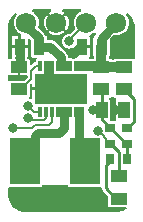
<source format=gtl>
%TF.GenerationSoftware,KiCad,Pcbnew,(6.0.1)*%
%TF.CreationDate,2022-04-12T16:53:34-07:00*%
%TF.ProjectId,regulator_v3,72656775-6c61-4746-9f72-5f76332e6b69,rev?*%
%TF.SameCoordinates,Original*%
%TF.FileFunction,Copper,L1,Top*%
%TF.FilePolarity,Positive*%
%FSLAX46Y46*%
G04 Gerber Fmt 4.6, Leading zero omitted, Abs format (unit mm)*
G04 Created by KiCad (PCBNEW (6.0.1)) date 2022-04-12 16:53:34*
%MOMM*%
%LPD*%
G01*
G04 APERTURE LIST*
%TA.AperFunction,SMDPad,CuDef*%
%ADD10R,1.450000X1.000000*%
%TD*%
%TA.AperFunction,SMDPad,CuDef*%
%ADD11R,2.500000X4.000000*%
%TD*%
%TA.AperFunction,ComponentPad*%
%ADD12C,1.725000*%
%TD*%
%TA.AperFunction,SMDPad,CuDef*%
%ADD13R,0.940000X0.750000*%
%TD*%
%TA.AperFunction,SMDPad,CuDef*%
%ADD14R,0.300000X0.850000*%
%TD*%
%TA.AperFunction,SMDPad,CuDef*%
%ADD15R,4.440000X2.540000*%
%TD*%
%TA.AperFunction,SMDPad,CuDef*%
%ADD16R,0.970000X1.470000*%
%TD*%
%TA.AperFunction,SMDPad,CuDef*%
%ADD17R,1.000000X1.450000*%
%TD*%
%TA.AperFunction,SMDPad,CuDef*%
%ADD18R,0.750000X0.940000*%
%TD*%
%TA.AperFunction,ViaPad*%
%ADD19C,0.800000*%
%TD*%
%TA.AperFunction,Conductor*%
%ADD20C,0.750000*%
%TD*%
%TA.AperFunction,Conductor*%
%ADD21C,0.250000*%
%TD*%
%TA.AperFunction,Conductor*%
%ADD22C,0.200000*%
%TD*%
%TA.AperFunction,Conductor*%
%ADD23C,0.850000*%
%TD*%
G04 APERTURE END LIST*
D10*
%TO.P,R1,1*%
%TO.N,GND*%
X133731000Y-48453000D03*
%TO.P,R1,2*%
%TO.N,Net-(IC1-Pad8)*%
X133731000Y-50353000D03*
%TD*%
D11*
%TO.P,L1,1*%
%TO.N,Net-(IC1-Pad15)*%
X139329000Y-56451500D03*
%TO.P,L1,2*%
%TO.N,Net-(IC1-Pad12)*%
X134229000Y-56451500D03*
%TD*%
D10*
%TO.P,R2,1*%
%TO.N,Net-(C2-Pad1)*%
X142176500Y-57724000D03*
%TO.P,R2,2*%
%TO.N,Net-(C3-Pad1)*%
X142176500Y-59624000D03*
%TD*%
D12*
%TO.P,J1,1,1*%
%TO.N,/VIN*%
X134366000Y-44704000D03*
%TO.P,J1,2,2*%
%TO.N,GND*%
X136906000Y-44704000D03*
%TO.P,J1,3,3*%
%TO.N,/EN*%
X139446000Y-44704000D03*
%TO.P,J1,4,4*%
%TO.N,/IC_VOUT*%
X141986000Y-44704000D03*
%TD*%
D13*
%TO.P,C4,1*%
%TO.N,Net-(C2-Pad2)*%
X142875000Y-54992500D03*
%TO.P,C4,2*%
%TO.N,Net-(C4-Pad2)*%
X142875000Y-53592500D03*
%TD*%
D10*
%TO.P,R3,1*%
%TO.N,/IC_VOUT*%
X140716000Y-48453000D03*
%TO.P,R3,2*%
%TO.N,Net-(C2-Pad2)*%
X140716000Y-50353000D03*
%TD*%
D13*
%TO.P,C2,1*%
%TO.N,Net-(C2-Pad1)*%
X141478000Y-54992500D03*
%TO.P,C2,2*%
%TO.N,Net-(C2-Pad2)*%
X141478000Y-53592500D03*
%TD*%
D14*
%TO.P,IC1,1,VOUT_1*%
%TO.N,/IC_VOUT*%
X139037000Y-48342000D03*
%TO.P,IC1,2,VOUT_2*%
X138537000Y-48342000D03*
%TO.P,IC1,3,VIN_1*%
%TO.N,/VIN*%
X138037000Y-48342000D03*
%TO.P,IC1,4,VIN_2*%
X137537000Y-48342000D03*
%TO.P,IC1,5,VIN_3*%
X137037000Y-48342000D03*
%TO.P,IC1,6,SGND*%
%TO.N,GND*%
X136537000Y-48342000D03*
%TO.P,IC1,7,BURST*%
X136037000Y-48342000D03*
%TO.P,IC1,8,RT*%
%TO.N,Net-(IC1-Pad8)*%
X135537000Y-48342000D03*
%TO.P,IC1,9,VC*%
%TO.N,Net-(C2-Pad1)*%
X135537000Y-52242000D03*
%TO.P,IC1,10,FB*%
%TO.N,Net-(C2-Pad2)*%
X136037000Y-52242000D03*
%TO.P,IC1,11,RUN*%
%TO.N,/EN*%
X136537000Y-52242000D03*
%TO.P,IC1,12,SW1_1*%
%TO.N,Net-(IC1-Pad12)*%
X137037000Y-52242000D03*
%TO.P,IC1,13,SW1_2*%
X137537000Y-52242000D03*
%TO.P,IC1,14,SW1_3*%
X138037000Y-52242000D03*
%TO.P,IC1,15,SW2_1*%
%TO.N,Net-(IC1-Pad15)*%
X138537000Y-52242000D03*
%TO.P,IC1,16,SW2_2*%
X139037000Y-52242000D03*
D15*
%TO.P,IC1,17,EPAD*%
%TO.N,GND*%
X137287000Y-50292000D03*
%TD*%
D10*
%TO.P,R5,1*%
%TO.N,/IC_VOUT*%
X142621000Y-48453000D03*
%TO.P,R5,2*%
%TO.N,Net-(C4-Pad2)*%
X142621000Y-50353000D03*
%TD*%
D16*
%TO.P,C1,1*%
%TO.N,/VIN*%
X135450000Y-46736000D03*
%TO.P,C1,2*%
%TO.N,GND*%
X133790000Y-46736000D03*
%TD*%
%TO.P,C5,1*%
%TO.N,/IC_VOUT*%
X140720500Y-46736000D03*
%TO.P,C5,2*%
%TO.N,GND*%
X139060500Y-46736000D03*
%TD*%
D17*
%TO.P,R4,1*%
%TO.N,Net-(C2-Pad2)*%
X140718500Y-52070000D03*
%TO.P,R4,2*%
%TO.N,GND*%
X142618500Y-52070000D03*
%TD*%
D18*
%TO.P,C3,1*%
%TO.N,Net-(C3-Pad1)*%
X141476500Y-56261000D03*
%TO.P,C3,2*%
%TO.N,Net-(C2-Pad2)*%
X142876500Y-56261000D03*
%TD*%
D19*
%TO.N,GND*%
X136779000Y-59055000D03*
X137350500Y-51054000D03*
X138269986Y-47323270D03*
X139001500Y-49530000D03*
X135572500Y-51054000D03*
X137350500Y-49530000D03*
X136461500Y-50292000D03*
X143002000Y-46545500D03*
X141922500Y-52070000D03*
X139001500Y-51054000D03*
X135572500Y-49530000D03*
X138176000Y-50292000D03*
X133790000Y-47688500D03*
%TO.N,/EN*%
X137975998Y-46291500D03*
X133223000Y-53594000D03*
%TO.N,Net-(C2-Pad1)*%
X134493000Y-51752500D03*
X140408498Y-53851998D03*
%TO.N,Net-(C2-Pad2)*%
X140017500Y-52070000D03*
X134512450Y-52760029D03*
%TD*%
D20*
%TO.N,/VIN*%
X135450000Y-46042000D02*
X134366000Y-44958000D01*
X135450000Y-46736000D02*
X135450000Y-46042000D01*
X136398000Y-46736000D02*
X135450000Y-46736000D01*
X136398000Y-46736000D02*
X137287000Y-47625000D01*
X134366000Y-44958000D02*
X134366000Y-44704000D01*
X137287000Y-47625000D02*
X137287000Y-48323500D01*
D21*
%TO.N,GND*%
X135636000Y-49530000D02*
X136037000Y-49129000D01*
D20*
X138269986Y-47323270D02*
X138322396Y-47323270D01*
X133790000Y-48394000D02*
X133731000Y-48453000D01*
X138909666Y-46736000D02*
X139060500Y-46736000D01*
D21*
X138874500Y-46736000D02*
X139060500Y-46736000D01*
X136537000Y-48342000D02*
X136537000Y-49542000D01*
X136537000Y-49542000D02*
X137287000Y-50292000D01*
X136037000Y-49129000D02*
X136037000Y-48342000D01*
D20*
X138322396Y-47323270D02*
X138909666Y-46736000D01*
X133790000Y-47688500D02*
X133790000Y-48394000D01*
X133790000Y-46736000D02*
X133790000Y-47688500D01*
D22*
%TO.N,/EN*%
X136537000Y-53137500D02*
X136537000Y-52242000D01*
X133223000Y-53594000D02*
X134850226Y-53594000D01*
X135048867Y-53395360D02*
X136279140Y-53395360D01*
X137975998Y-46291500D02*
X137975998Y-46174002D01*
X134850226Y-53594000D02*
X135048867Y-53395360D01*
X136279140Y-53395360D02*
X136537000Y-53137500D01*
X137975998Y-46174002D02*
X139446000Y-44704000D01*
D20*
%TO.N,Net-(IC1-Pad12)*%
X137541000Y-52301500D02*
X137541000Y-53657500D01*
X137541000Y-53657500D02*
X137128620Y-54069880D01*
X135103824Y-55576676D02*
X134229000Y-56451500D01*
X137128620Y-54069880D02*
X135328262Y-54069880D01*
X135103824Y-54294318D02*
X135103824Y-55576676D01*
X135328262Y-54069880D02*
X135103824Y-54294318D01*
%TO.N,Net-(IC1-Pad15)*%
X138811000Y-55933500D02*
X139329000Y-56451500D01*
X138811000Y-52305500D02*
X138811000Y-55933500D01*
D22*
%TO.N,Net-(IC1-Pad8)*%
X133860500Y-50353000D02*
X133731000Y-50353000D01*
X135173000Y-48342000D02*
X135537000Y-48342000D01*
X135173000Y-48342000D02*
X134755511Y-48759489D01*
X134755511Y-48759489D02*
X134755511Y-49457989D01*
X134755511Y-49457989D02*
X133860500Y-50353000D01*
D21*
%TO.N,Net-(C2-Pad1)*%
X141543000Y-54992500D02*
X141478000Y-54992500D01*
D22*
X140906500Y-54421000D02*
X141478000Y-54992500D01*
D21*
X142176500Y-55626000D02*
X141543000Y-54992500D01*
X142176500Y-57724000D02*
X142176500Y-55626000D01*
D22*
X140465998Y-53851998D02*
X140906500Y-54292500D01*
X140906500Y-54292500D02*
X140906500Y-54421000D01*
X134982500Y-52242000D02*
X135537000Y-52242000D01*
X134493000Y-51752500D02*
X134982500Y-52242000D01*
X140408498Y-53851998D02*
X140465998Y-53851998D01*
D21*
X141668500Y-57660500D02*
X141732000Y-57724000D01*
%TO.N,Net-(C2-Pad2)*%
X140718500Y-52070000D02*
X140718500Y-52833000D01*
D22*
X134512450Y-52760029D02*
X134718932Y-52966511D01*
X136037000Y-52755489D02*
X136037000Y-52242000D01*
D21*
X141478000Y-53595500D02*
X142875000Y-54992500D01*
X142876500Y-54994000D02*
X142875000Y-54992500D01*
X142876500Y-56261000D02*
X142876500Y-54994000D01*
X140970000Y-52321500D02*
X140718500Y-52070000D01*
X140718500Y-52833000D02*
X141478000Y-53592500D01*
X141478000Y-53592500D02*
X141478000Y-53595500D01*
X140718500Y-52070000D02*
X140718500Y-50355500D01*
X140718500Y-50355500D02*
X140716000Y-50353000D01*
D22*
X134718932Y-52966511D02*
X135825978Y-52966511D01*
X135825978Y-52966511D02*
X136037000Y-52755489D01*
D21*
%TO.N,Net-(C3-Pad1)*%
X141097000Y-58737500D02*
X141983500Y-59624000D01*
X141476500Y-56261000D02*
X141476500Y-56389500D01*
X141476500Y-56389500D02*
X141097000Y-56769000D01*
X141097000Y-56769000D02*
X141097000Y-58737500D01*
X141983500Y-59624000D02*
X142176500Y-59624000D01*
%TO.N,Net-(C4-Pad2)*%
X142621000Y-50353000D02*
X143443011Y-51175011D01*
X142621000Y-50353000D02*
X142560000Y-50353000D01*
X143443011Y-53087989D02*
X142875000Y-53656000D01*
X143443011Y-51175011D02*
X143443011Y-53087989D01*
D23*
%TO.N,/IC_VOUT*%
X140660489Y-48397489D02*
X140716000Y-48453000D01*
X140716000Y-48453000D02*
X140716000Y-46740500D01*
D20*
X140716000Y-46740500D02*
X140720500Y-46736000D01*
X140720500Y-45969500D02*
X141986000Y-44704000D01*
D23*
X139100500Y-48397489D02*
X140660489Y-48397489D01*
X142621000Y-48453000D02*
X140716000Y-48453000D01*
D20*
X140605000Y-48342000D02*
X140716000Y-48453000D01*
X140720500Y-46736000D02*
X140720500Y-45969500D01*
%TD*%
%TA.AperFunction,Conductor*%
%TO.N,Net-(IC1-Pad15)*%
G36*
X138883569Y-51820269D02*
G01*
X138887000Y-51828546D01*
X138887000Y-52189673D01*
X138887682Y-52191318D01*
X138889327Y-52192000D01*
X139075300Y-52192000D01*
X139083573Y-52195427D01*
X139087000Y-52203700D01*
X139087000Y-52280300D01*
X139083573Y-52288573D01*
X139075300Y-52292000D01*
X138889327Y-52292000D01*
X138887682Y-52292682D01*
X138887000Y-52294327D01*
X138887000Y-52655388D01*
X138883573Y-52663661D01*
X138875303Y-52667087D01*
X138759088Y-52667104D01*
X138698702Y-52667112D01*
X138690428Y-52663686D01*
X138687000Y-52655412D01*
X138687000Y-52294327D01*
X138686318Y-52292682D01*
X138684673Y-52292000D01*
X138498700Y-52292000D01*
X138490427Y-52288573D01*
X138487000Y-52280300D01*
X138487000Y-52203700D01*
X138490427Y-52195427D01*
X138498700Y-52192000D01*
X138684673Y-52192000D01*
X138686318Y-52191318D01*
X138687000Y-52189673D01*
X138687000Y-51828624D01*
X138690427Y-51820351D01*
X138698695Y-51816924D01*
X138766949Y-51816894D01*
X138875295Y-51816846D01*
X138883569Y-51820269D01*
G37*
%TD.AperFunction*%
%TD*%
%TA.AperFunction,Conductor*%
%TO.N,/VIN*%
G36*
X137383573Y-47921740D02*
G01*
X137387000Y-47930013D01*
X137387000Y-48289673D01*
X137387682Y-48291318D01*
X137389327Y-48292000D01*
X137684673Y-48292000D01*
X137686318Y-48291318D01*
X137687000Y-48289673D01*
X137687000Y-47930013D01*
X137690427Y-47921740D01*
X137698700Y-47918313D01*
X137875300Y-47918313D01*
X137883573Y-47921740D01*
X137887000Y-47930013D01*
X137887000Y-48289673D01*
X137887682Y-48291318D01*
X137889327Y-48292000D01*
X138075300Y-48292000D01*
X138083573Y-48295427D01*
X138087000Y-48303700D01*
X138087000Y-48380300D01*
X138083573Y-48388573D01*
X138075300Y-48392000D01*
X137889327Y-48392000D01*
X137887682Y-48392682D01*
X137887000Y-48394327D01*
X137887000Y-48755403D01*
X137883573Y-48763676D01*
X137875300Y-48767103D01*
X137698700Y-48767103D01*
X137690427Y-48763676D01*
X137687000Y-48755403D01*
X137687000Y-48394327D01*
X137686318Y-48392682D01*
X137684673Y-48392000D01*
X137389327Y-48392000D01*
X137387682Y-48392682D01*
X137387000Y-48394327D01*
X137387000Y-48755403D01*
X137383573Y-48763676D01*
X137375300Y-48767103D01*
X137198700Y-48767103D01*
X137190427Y-48763676D01*
X137187000Y-48755403D01*
X137187000Y-48394327D01*
X137186318Y-48392682D01*
X137184673Y-48392000D01*
X136998700Y-48392000D01*
X136990427Y-48388573D01*
X136987000Y-48380300D01*
X136987000Y-48303700D01*
X136990427Y-48295427D01*
X136998700Y-48292000D01*
X137184673Y-48292000D01*
X137186318Y-48291318D01*
X137187000Y-48289673D01*
X137187000Y-47930013D01*
X137190427Y-47921740D01*
X137198700Y-47918313D01*
X137375300Y-47918313D01*
X137383573Y-47921740D01*
G37*
%TD.AperFunction*%
%TD*%
%TA.AperFunction,Conductor*%
%TO.N,/IC_VOUT*%
G36*
X138883570Y-47920267D02*
G01*
X138887000Y-47928543D01*
X138887000Y-48289673D01*
X138887682Y-48291318D01*
X138889327Y-48292000D01*
X139075300Y-48292000D01*
X139083573Y-48295427D01*
X139087000Y-48303700D01*
X139087000Y-48380300D01*
X139083573Y-48388573D01*
X139075300Y-48392000D01*
X138889327Y-48392000D01*
X138887682Y-48392682D01*
X138887000Y-48394327D01*
X138887000Y-48754833D01*
X138883573Y-48763106D01*
X138875306Y-48766532D01*
X138698703Y-48766590D01*
X138690430Y-48763166D01*
X138687000Y-48754890D01*
X138687000Y-48394327D01*
X138686318Y-48392682D01*
X138684673Y-48392000D01*
X138498700Y-48392000D01*
X138490427Y-48388573D01*
X138487000Y-48380300D01*
X138487000Y-48303700D01*
X138490427Y-48295427D01*
X138498700Y-48292000D01*
X138684673Y-48292000D01*
X138686318Y-48291318D01*
X138687000Y-48289673D01*
X138687000Y-47928601D01*
X138690427Y-47920328D01*
X138698695Y-47916901D01*
X138811025Y-47916864D01*
X138875296Y-47916843D01*
X138883570Y-47920267D01*
G37*
%TD.AperFunction*%
%TD*%
%TA.AperFunction,Conductor*%
%TO.N,GND*%
G36*
X136904493Y-58454488D02*
G01*
X137796323Y-58457241D01*
X137854454Y-58476328D01*
X137887480Y-58518355D01*
X137888231Y-58520167D01*
X137890133Y-58529731D01*
X137934448Y-58596052D01*
X138000769Y-58640367D01*
X138010332Y-58642269D01*
X138010334Y-58642270D01*
X138033005Y-58646779D01*
X138059252Y-58652000D01*
X140598748Y-58652000D01*
X140651468Y-58641513D01*
X140712227Y-58648704D01*
X140757158Y-58690237D01*
X140769404Y-58747239D01*
X140767736Y-58766307D01*
X140769978Y-58774674D01*
X140777796Y-58803849D01*
X140779666Y-58812283D01*
X140786412Y-58850545D01*
X140790742Y-58858044D01*
X140792738Y-58863529D01*
X140795204Y-58868816D01*
X140797446Y-58877184D01*
X140818013Y-58906556D01*
X140819732Y-58909011D01*
X140824371Y-58916292D01*
X140843806Y-58949955D01*
X140872496Y-58974029D01*
X140873570Y-58974930D01*
X140879938Y-58980764D01*
X141222004Y-59322830D01*
X141249781Y-59377347D01*
X141251000Y-59392834D01*
X141251000Y-60143748D01*
X141262633Y-60202231D01*
X141306948Y-60268552D01*
X141373269Y-60312867D01*
X141382832Y-60314769D01*
X141382834Y-60314770D01*
X141405505Y-60319279D01*
X141431752Y-60324500D01*
X142742422Y-60324500D01*
X142800613Y-60343407D01*
X142836577Y-60392907D01*
X142836577Y-60454093D01*
X142800613Y-60503593D01*
X142789868Y-60510390D01*
X142610619Y-60608267D01*
X142597770Y-60614135D01*
X142391601Y-60691032D01*
X142378048Y-60695012D01*
X142163027Y-60741787D01*
X142149046Y-60743797D01*
X141997719Y-60754620D01*
X141954627Y-60757702D01*
X141944872Y-60756946D01*
X141944871Y-60757374D01*
X141933721Y-60757355D01*
X141922858Y-60754857D01*
X141911986Y-60757317D01*
X141911985Y-60757317D01*
X141910917Y-60757559D01*
X141889068Y-60760000D01*
X134399960Y-60760000D01*
X134377773Y-60757482D01*
X134366358Y-60754857D01*
X134355483Y-60757318D01*
X134344337Y-60757298D01*
X134344338Y-60756985D01*
X134334388Y-60757739D01*
X134204909Y-60748478D01*
X134148490Y-60744443D01*
X134134509Y-60742433D01*
X133928342Y-60697584D01*
X133914789Y-60693604D01*
X133717109Y-60619873D01*
X133704260Y-60614005D01*
X133519084Y-60512891D01*
X133507202Y-60505255D01*
X133338302Y-60378819D01*
X133327626Y-60369569D01*
X133178431Y-60220374D01*
X133169181Y-60209698D01*
X133042745Y-60040798D01*
X133035109Y-60028916D01*
X132933995Y-59843740D01*
X132928127Y-59830891D01*
X132854396Y-59633211D01*
X132850416Y-59619658D01*
X132805567Y-59413491D01*
X132803557Y-59399510D01*
X132790316Y-59214382D01*
X132791928Y-59193833D01*
X132791235Y-59193753D01*
X132791877Y-59188175D01*
X132793142Y-59182716D01*
X132793143Y-59182000D01*
X132790479Y-59170321D01*
X132788000Y-59148304D01*
X132788000Y-58738568D01*
X132806907Y-58680377D01*
X132856407Y-58644413D01*
X132906314Y-58641470D01*
X132959252Y-58652000D01*
X135498748Y-58652000D01*
X135524995Y-58646779D01*
X135547666Y-58642270D01*
X135547668Y-58642269D01*
X135557231Y-58640367D01*
X135623552Y-58596052D01*
X135667867Y-58529731D01*
X135669769Y-58520171D01*
X135673119Y-58512083D01*
X135712857Y-58465558D01*
X135764888Y-58450971D01*
X136904493Y-58454488D01*
G37*
%TD.AperFunction*%
%TA.AperFunction,Conductor*%
G36*
X141737326Y-50984361D02*
G01*
X141739137Y-50982550D01*
X141746029Y-50989442D01*
X141751448Y-50997552D01*
X141817769Y-51041867D01*
X141827332Y-51043769D01*
X141827334Y-51043770D01*
X141850005Y-51048279D01*
X141876252Y-51053500D01*
X141887520Y-51053500D01*
X141945711Y-51072407D01*
X141981675Y-51121907D01*
X141981675Y-51183093D01*
X141969835Y-51207502D01*
X141935521Y-51258856D01*
X141928202Y-51276526D01*
X141919448Y-51320538D01*
X141918500Y-51330160D01*
X141918500Y-51954320D01*
X141922622Y-51967005D01*
X141926743Y-51970000D01*
X142619500Y-51970000D01*
X142677691Y-51988907D01*
X142713655Y-52038407D01*
X142718500Y-52069000D01*
X142718500Y-52071000D01*
X142699593Y-52129191D01*
X142650093Y-52165155D01*
X142619500Y-52170000D01*
X141934180Y-52170000D01*
X141921495Y-52174122D01*
X141918500Y-52178243D01*
X141918500Y-52809840D01*
X141919448Y-52819462D01*
X141928201Y-52863471D01*
X141935095Y-52880113D01*
X141939896Y-52941110D01*
X141907927Y-52993279D01*
X141851400Y-53016695D01*
X141843631Y-53017000D01*
X141493921Y-53017000D01*
X141435730Y-52998093D01*
X141399766Y-52948593D01*
X141399766Y-52887407D01*
X141402074Y-52881153D01*
X141407367Y-52873231D01*
X141419000Y-52814748D01*
X141419000Y-51325252D01*
X141407367Y-51266769D01*
X141367765Y-51207501D01*
X141351156Y-51148614D01*
X141372333Y-51091211D01*
X141423206Y-51057217D01*
X141450080Y-51053500D01*
X141460748Y-51053500D01*
X141486995Y-51048279D01*
X141509666Y-51043770D01*
X141509668Y-51043769D01*
X141519231Y-51041867D01*
X141585552Y-50997552D01*
X141590971Y-50989442D01*
X141597863Y-50982550D01*
X141600573Y-50985260D01*
X141634250Y-50958720D01*
X141695389Y-50956329D01*
X141737326Y-50984361D01*
G37*
%TD.AperFunction*%
%TA.AperFunction,Conductor*%
G36*
X134812945Y-49922269D02*
G01*
X134856210Y-49965534D01*
X134867000Y-50010479D01*
X134867000Y-50176320D01*
X134871122Y-50189005D01*
X134875243Y-50192000D01*
X137288000Y-50192000D01*
X137346191Y-50210907D01*
X137382155Y-50260407D01*
X137387000Y-50291000D01*
X137387000Y-50293000D01*
X137368093Y-50351191D01*
X137318593Y-50387155D01*
X137288000Y-50392000D01*
X134882680Y-50392000D01*
X134869995Y-50396122D01*
X134867000Y-50400243D01*
X134867000Y-51109275D01*
X134848093Y-51167466D01*
X134798593Y-51203430D01*
X134737407Y-51203430D01*
X134730114Y-51200739D01*
X134649762Y-51167456D01*
X134643327Y-51166609D01*
X134639771Y-51165656D01*
X134588456Y-51132333D01*
X134566528Y-51075212D01*
X134582363Y-51016111D01*
X134593663Y-51002155D01*
X134600552Y-50997552D01*
X134644867Y-50931231D01*
X134656500Y-50872748D01*
X134656500Y-50022979D01*
X134675407Y-49964788D01*
X134685496Y-49952975D01*
X134697996Y-49940475D01*
X134752513Y-49912698D01*
X134812945Y-49922269D01*
G37*
%TD.AperFunction*%
%TA.AperFunction,Conductor*%
G36*
X133790191Y-48371907D02*
G01*
X133826155Y-48421407D01*
X133831000Y-48452000D01*
X133831000Y-49137320D01*
X133835122Y-49150005D01*
X133839243Y-49153000D01*
X134356011Y-49153000D01*
X134414202Y-49171907D01*
X134450166Y-49221407D01*
X134455011Y-49252000D01*
X134455011Y-49292509D01*
X134436104Y-49350700D01*
X134426015Y-49362513D01*
X134165024Y-49623504D01*
X134110507Y-49651281D01*
X134095020Y-49652500D01*
X132986252Y-49652500D01*
X132927769Y-49664133D01*
X132922636Y-49667563D01*
X132863889Y-49672187D01*
X132811720Y-49640218D01*
X132788305Y-49583690D01*
X132788000Y-49575922D01*
X132788000Y-49229527D01*
X132806907Y-49171336D01*
X132856407Y-49135372D01*
X132917593Y-49135372D01*
X132924883Y-49138062D01*
X132937524Y-49143298D01*
X132981538Y-49152052D01*
X132991160Y-49153000D01*
X133615320Y-49153000D01*
X133628005Y-49148878D01*
X133631000Y-49144757D01*
X133631000Y-48452000D01*
X133649907Y-48393809D01*
X133699407Y-48357845D01*
X133730000Y-48353000D01*
X133732000Y-48353000D01*
X133790191Y-48371907D01*
G37*
%TD.AperFunction*%
%TA.AperFunction,Conductor*%
G36*
X136596191Y-48260907D02*
G01*
X136632155Y-48310407D01*
X136637000Y-48341000D01*
X136637000Y-48343000D01*
X136618093Y-48401191D01*
X136568593Y-48437155D01*
X136538000Y-48442000D01*
X136036000Y-48442000D01*
X135977809Y-48423093D01*
X135941845Y-48373593D01*
X135937000Y-48343000D01*
X135937000Y-48341000D01*
X135955907Y-48282809D01*
X136005407Y-48246845D01*
X136036000Y-48242000D01*
X136538000Y-48242000D01*
X136596191Y-48260907D01*
G37*
%TD.AperFunction*%
%TA.AperFunction,Conductor*%
G36*
X133498110Y-43915315D02*
G01*
X133535488Y-43963755D01*
X133537255Y-44024915D01*
X133518094Y-44060690D01*
X133484661Y-44100534D01*
X133384232Y-44283214D01*
X133382769Y-44287827D01*
X133382767Y-44287831D01*
X133368885Y-44331593D01*
X133321198Y-44481921D01*
X133320658Y-44486733D01*
X133320658Y-44486734D01*
X133312805Y-44556751D01*
X133297961Y-44689086D01*
X133299445Y-44706759D01*
X133314993Y-44891911D01*
X133315405Y-44896820D01*
X133316738Y-44901468D01*
X133316738Y-44901469D01*
X133326563Y-44935731D01*
X133372866Y-45097210D01*
X133375079Y-45101516D01*
X133375081Y-45101520D01*
X133405178Y-45160083D01*
X133468155Y-45282622D01*
X133597642Y-45445994D01*
X133601322Y-45449126D01*
X133601324Y-45449128D01*
X133638187Y-45480501D01*
X133756396Y-45581105D01*
X133760618Y-45583465D01*
X133760623Y-45583468D01*
X133871965Y-45645694D01*
X133913537Y-45690587D01*
X133920782Y-45751342D01*
X133903760Y-45790303D01*
X133890000Y-45809242D01*
X133890000Y-46620320D01*
X133894122Y-46633005D01*
X133898243Y-46636000D01*
X134459320Y-46636000D01*
X134472005Y-46631878D01*
X134475000Y-46627757D01*
X134475000Y-46119888D01*
X134493907Y-46061697D01*
X134543407Y-46025733D01*
X134604593Y-46025733D01*
X134644004Y-46049884D01*
X134735504Y-46141384D01*
X134763281Y-46195901D01*
X134764500Y-46211388D01*
X134764500Y-47490748D01*
X134776133Y-47549231D01*
X134820448Y-47615552D01*
X134886769Y-47659867D01*
X134896332Y-47661769D01*
X134896334Y-47661770D01*
X134919005Y-47666279D01*
X134945252Y-47671500D01*
X135124683Y-47671500D01*
X135182874Y-47690407D01*
X135218838Y-47739907D01*
X135218838Y-47801093D01*
X135207000Y-47825499D01*
X135198133Y-47838769D01*
X135186500Y-47897252D01*
X135186500Y-47948129D01*
X135167593Y-48006320D01*
X135118093Y-48042284D01*
X135113752Y-48043475D01*
X135105792Y-48043774D01*
X135097397Y-48047381D01*
X135097396Y-48047381D01*
X135095217Y-48048317D01*
X135074266Y-48054683D01*
X135062947Y-48056791D01*
X135040269Y-48070770D01*
X135027410Y-48077450D01*
X135002938Y-48087964D01*
X134998051Y-48091977D01*
X134993685Y-48096343D01*
X134975629Y-48110615D01*
X134975432Y-48110736D01*
X134975431Y-48110737D01*
X134967652Y-48115532D01*
X134962120Y-48122808D01*
X134962119Y-48122808D01*
X134949989Y-48138760D01*
X134941196Y-48148832D01*
X134825003Y-48265026D01*
X134770487Y-48292802D01*
X134710055Y-48283231D01*
X134666790Y-48239966D01*
X134656000Y-48195021D01*
X134656000Y-47938160D01*
X134655052Y-47928538D01*
X134646298Y-47884526D01*
X134638979Y-47866858D01*
X134605611Y-47816918D01*
X134592082Y-47803389D01*
X134542142Y-47770021D01*
X134524474Y-47762702D01*
X134489861Y-47755817D01*
X134436477Y-47725920D01*
X134410861Y-47670355D01*
X134422798Y-47610345D01*
X134426859Y-47603718D01*
X134457979Y-47557143D01*
X134465298Y-47539474D01*
X134474052Y-47495462D01*
X134475000Y-47485840D01*
X134475000Y-46851680D01*
X134470878Y-46838995D01*
X134466757Y-46836000D01*
X133120680Y-46836000D01*
X133107995Y-46840122D01*
X133105000Y-46844243D01*
X133105000Y-47485840D01*
X133105948Y-47495462D01*
X133114702Y-47539474D01*
X133122021Y-47557143D01*
X133149988Y-47598999D01*
X133166596Y-47657887D01*
X133145418Y-47715291D01*
X133094544Y-47749283D01*
X133067672Y-47753000D01*
X132991160Y-47753000D01*
X132981538Y-47753948D01*
X132937528Y-47762702D01*
X132924886Y-47767938D01*
X132863889Y-47772737D01*
X132811720Y-47740767D01*
X132788306Y-47684239D01*
X132788001Y-47676473D01*
X132788001Y-46620320D01*
X133105000Y-46620320D01*
X133109122Y-46633005D01*
X133113243Y-46636000D01*
X133674320Y-46636000D01*
X133687005Y-46631878D01*
X133690000Y-46627757D01*
X133690000Y-45816680D01*
X133685878Y-45803995D01*
X133681757Y-45801000D01*
X133290160Y-45801000D01*
X133280538Y-45801948D01*
X133236526Y-45810702D01*
X133218858Y-45818021D01*
X133168918Y-45851389D01*
X133155389Y-45864918D01*
X133122021Y-45914858D01*
X133114702Y-45932526D01*
X133105948Y-45976538D01*
X133105000Y-45986160D01*
X133105000Y-46620320D01*
X132788001Y-46620320D01*
X132788001Y-45240566D01*
X132789789Y-45221837D01*
X132790917Y-45215984D01*
X132790917Y-45215983D01*
X132793026Y-45205036D01*
X132790179Y-45194257D01*
X132789800Y-45183113D01*
X132790155Y-45183101D01*
X132789056Y-45173196D01*
X132796202Y-44981839D01*
X132797793Y-44967481D01*
X132837166Y-44755168D01*
X132840829Y-44741195D01*
X132851206Y-44710842D01*
X132910683Y-44536867D01*
X132916340Y-44523577D01*
X132935296Y-44486760D01*
X133015184Y-44331593D01*
X133022716Y-44319266D01*
X133148446Y-44143710D01*
X133157691Y-44132611D01*
X133172317Y-44117453D01*
X133307638Y-43977213D01*
X133318389Y-43967587D01*
X133381777Y-43918675D01*
X133439397Y-43898095D01*
X133498110Y-43915315D01*
G37*
%TD.AperFunction*%
%TA.AperFunction,Conductor*%
G36*
X142968026Y-43917492D02*
G01*
X143013698Y-43951681D01*
X143024374Y-43960931D01*
X143173569Y-44110126D01*
X143182819Y-44120802D01*
X143309255Y-44289702D01*
X143316891Y-44301584D01*
X143418005Y-44486760D01*
X143423873Y-44499609D01*
X143497604Y-44697289D01*
X143501584Y-44710842D01*
X143546433Y-44917009D01*
X143548443Y-44930990D01*
X143561702Y-45116373D01*
X143560946Y-45126128D01*
X143561374Y-45126129D01*
X143561355Y-45137279D01*
X143558857Y-45148142D01*
X143561317Y-45159014D01*
X143561317Y-45159015D01*
X143561559Y-45160083D01*
X143564000Y-45181932D01*
X143564000Y-47675922D01*
X143545093Y-47734113D01*
X143495593Y-47770077D01*
X143434407Y-47770077D01*
X143431548Y-47769022D01*
X143424231Y-47764133D01*
X143365748Y-47752500D01*
X141876252Y-47752500D01*
X141850005Y-47757721D01*
X141827334Y-47762230D01*
X141827332Y-47762231D01*
X141817769Y-47764133D01*
X141751448Y-47808448D01*
X141749700Y-47805832D01*
X141709566Y-47826281D01*
X141694079Y-47827500D01*
X141642921Y-47827500D01*
X141585904Y-47808974D01*
X141585552Y-47808448D01*
X141519231Y-47764133D01*
X141509668Y-47762231D01*
X141509666Y-47762230D01*
X141486995Y-47757721D01*
X141460748Y-47752500D01*
X141443762Y-47752500D01*
X141385571Y-47733593D01*
X141349607Y-47684093D01*
X141349607Y-47622907D01*
X141361447Y-47598498D01*
X141368943Y-47587280D01*
X141394367Y-47549231D01*
X141406000Y-47490748D01*
X141406000Y-46138888D01*
X141424907Y-46080697D01*
X141434996Y-46068884D01*
X141722660Y-45781220D01*
X141777177Y-45753443D01*
X141804386Y-45752920D01*
X141963631Y-45771909D01*
X141968453Y-45771538D01*
X141968456Y-45771538D01*
X142037023Y-45766262D01*
X142171481Y-45755916D01*
X142372267Y-45699855D01*
X142376580Y-45697676D01*
X142376586Y-45697674D01*
X142554019Y-45608046D01*
X142554021Y-45608044D01*
X142558340Y-45605863D01*
X142722612Y-45477519D01*
X142858828Y-45319712D01*
X142877898Y-45286144D01*
X142959408Y-45142659D01*
X142959409Y-45142656D01*
X142961797Y-45138453D01*
X142963392Y-45133660D01*
X143026072Y-44945236D01*
X143026072Y-44945234D01*
X143027599Y-44940645D01*
X143033136Y-44896820D01*
X143038993Y-44850453D01*
X143053727Y-44733824D01*
X143054143Y-44704000D01*
X143033800Y-44496530D01*
X142973547Y-44296962D01*
X142899329Y-44157378D01*
X142877952Y-44117173D01*
X142877950Y-44117169D01*
X142875679Y-44112899D01*
X142872620Y-44109148D01*
X142872616Y-44109142D01*
X142831979Y-44059317D01*
X142809852Y-44002273D01*
X142825482Y-43943117D01*
X142872897Y-43904446D01*
X142933987Y-43901030D01*
X142968026Y-43917492D01*
G37*
%TD.AperFunction*%
%TA.AperFunction,Conductor*%
G36*
X140178184Y-45567789D02*
G01*
X140215853Y-45616004D01*
X140217989Y-45677152D01*
X140214288Y-45687750D01*
X140176362Y-45779310D01*
X140139900Y-45823739D01*
X140090948Y-45856448D01*
X140046633Y-45922769D01*
X140035000Y-45981252D01*
X140035000Y-47490748D01*
X140046633Y-47549231D01*
X140072057Y-47587280D01*
X140073815Y-47589911D01*
X140090500Y-47644913D01*
X140090500Y-47653500D01*
X140071593Y-47711691D01*
X140022093Y-47747655D01*
X139991500Y-47752500D01*
X139971252Y-47752500D01*
X139912769Y-47764133D01*
X139910308Y-47765778D01*
X139879081Y-47771989D01*
X139769212Y-47771989D01*
X139711021Y-47753082D01*
X139675057Y-47703582D01*
X139675057Y-47642396D01*
X139691136Y-47616157D01*
X139689692Y-47615192D01*
X139728479Y-47557142D01*
X139735798Y-47539474D01*
X139744552Y-47495462D01*
X139745500Y-47485840D01*
X139745500Y-46851680D01*
X139741378Y-46838995D01*
X139737257Y-46836000D01*
X139059500Y-46836000D01*
X139001309Y-46817093D01*
X138965345Y-46767593D01*
X138960500Y-46737000D01*
X138960500Y-46735000D01*
X138979407Y-46676809D01*
X139028907Y-46640845D01*
X139059500Y-46636000D01*
X139729820Y-46636000D01*
X139742505Y-46631878D01*
X139745500Y-46627757D01*
X139745500Y-45986160D01*
X139744552Y-45976538D01*
X139735798Y-45932526D01*
X139728479Y-45914857D01*
X139699637Y-45871692D01*
X139683028Y-45812804D01*
X139704205Y-45755400D01*
X139755328Y-45721337D01*
X139759970Y-45720041D01*
X139832267Y-45699855D01*
X139836580Y-45697676D01*
X139836586Y-45697674D01*
X140014019Y-45608046D01*
X140014021Y-45608044D01*
X140018340Y-45605863D01*
X140061873Y-45571851D01*
X140119369Y-45550924D01*
X140178184Y-45567789D01*
G37*
%TD.AperFunction*%
%TA.AperFunction,Conductor*%
G36*
X135244961Y-43569498D02*
G01*
X136379291Y-43569667D01*
X136437479Y-43588583D01*
X136473435Y-43638088D01*
X136473426Y-43699274D01*
X136437455Y-43748768D01*
X136425142Y-43756401D01*
X136325696Y-43808390D01*
X136317620Y-43813674D01*
X136240860Y-43875392D01*
X136233555Y-43886555D01*
X136233673Y-43888950D01*
X136236058Y-43892637D01*
X136894914Y-44551493D01*
X136906797Y-44557547D01*
X136911828Y-44556751D01*
X137572202Y-43896377D01*
X137578256Y-43884494D01*
X137577823Y-43881759D01*
X137575475Y-43878827D01*
X137506744Y-43821968D01*
X137498761Y-43816584D01*
X137386544Y-43755908D01*
X137344349Y-43711599D01*
X137336257Y-43650951D01*
X137365359Y-43597130D01*
X137420538Y-43570693D01*
X137433642Y-43569823D01*
X138091371Y-43569921D01*
X138917491Y-43570044D01*
X138975679Y-43588960D01*
X139011635Y-43638465D01*
X139011626Y-43699651D01*
X138975655Y-43749145D01*
X138963343Y-43756777D01*
X138861124Y-43810216D01*
X138857348Y-43813252D01*
X138857345Y-43813254D01*
X138727700Y-43917492D01*
X138698660Y-43940841D01*
X138695551Y-43944546D01*
X138695548Y-43944549D01*
X138599246Y-44059317D01*
X138564661Y-44100534D01*
X138464232Y-44283214D01*
X138462769Y-44287827D01*
X138462767Y-44287831D01*
X138448885Y-44331593D01*
X138401198Y-44481921D01*
X138400658Y-44486733D01*
X138400658Y-44486734D01*
X138392805Y-44556751D01*
X138377961Y-44689086D01*
X138379445Y-44706759D01*
X138394993Y-44891911D01*
X138395405Y-44896820D01*
X138396738Y-44901468D01*
X138396738Y-44901469D01*
X138406563Y-44935731D01*
X138452866Y-45097210D01*
X138479258Y-45148564D01*
X138489041Y-45208960D01*
X138461210Y-45263819D01*
X138066379Y-45658650D01*
X138011862Y-45686427D01*
X137983459Y-45686800D01*
X137982433Y-45686665D01*
X137982432Y-45686665D01*
X137975998Y-45685818D01*
X137819236Y-45706456D01*
X137673157Y-45766964D01*
X137547716Y-45863218D01*
X137451462Y-45988659D01*
X137390954Y-46134738D01*
X137370316Y-46291500D01*
X137390954Y-46448262D01*
X137451462Y-46594341D01*
X137547716Y-46719782D01*
X137673157Y-46816036D01*
X137819236Y-46876544D01*
X137975998Y-46897182D01*
X138132760Y-46876544D01*
X138192787Y-46851680D01*
X138238614Y-46832698D01*
X138299611Y-46827897D01*
X138351780Y-46859867D01*
X138375195Y-46916395D01*
X138375500Y-46924162D01*
X138375500Y-47485840D01*
X138376448Y-47495462D01*
X138385202Y-47539474D01*
X138392520Y-47557142D01*
X138401229Y-47570176D01*
X138417836Y-47629065D01*
X138396657Y-47686468D01*
X138345783Y-47720460D01*
X138338229Y-47722273D01*
X138325344Y-47724836D01*
X138308768Y-47728133D01*
X138308112Y-47724836D01*
X138265336Y-47728203D01*
X138265231Y-47728133D01*
X138206748Y-47716500D01*
X137965618Y-47716500D01*
X137907427Y-47697593D01*
X137871463Y-47648093D01*
X137867799Y-47624956D01*
X137867465Y-47625000D01*
X137862500Y-47587286D01*
X137862500Y-47587280D01*
X137848534Y-47481195D01*
X137848533Y-47481192D01*
X137847687Y-47474764D01*
X137830703Y-47433760D01*
X137826569Y-47423779D01*
X137792184Y-47340765D01*
X137792182Y-47340762D01*
X137789699Y-47334767D01*
X137720612Y-47244732D01*
X137720609Y-47244729D01*
X137697451Y-47214549D01*
X137672416Y-47195339D01*
X137662687Y-47186807D01*
X136836193Y-46360313D01*
X136827661Y-46350584D01*
X136808451Y-46325549D01*
X136778271Y-46302391D01*
X136778268Y-46302388D01*
X136772463Y-46297934D01*
X136691983Y-46236179D01*
X136691980Y-46236177D01*
X136688233Y-46233302D01*
X136688231Y-46233301D01*
X136548236Y-46175313D01*
X136435720Y-46160500D01*
X136435718Y-46160500D01*
X136435709Y-46160499D01*
X136404435Y-46156382D01*
X136404434Y-46156382D01*
X136398000Y-46155535D01*
X136391566Y-46156382D01*
X136366720Y-46159653D01*
X136353798Y-46160500D01*
X136234500Y-46160500D01*
X136176309Y-46141593D01*
X136140345Y-46092093D01*
X136135500Y-46061500D01*
X136135500Y-45981252D01*
X136123867Y-45922769D01*
X136079552Y-45856448D01*
X136013231Y-45812133D01*
X136007421Y-45810977D01*
X135962733Y-45772810D01*
X135955684Y-45758976D01*
X135952699Y-45751768D01*
X135883612Y-45661732D01*
X135883609Y-45661729D01*
X135860451Y-45631549D01*
X135835416Y-45612339D01*
X135825687Y-45603807D01*
X135745460Y-45523580D01*
X136233670Y-45523580D01*
X136234160Y-45526679D01*
X136236096Y-45529131D01*
X136292995Y-45577554D01*
X136300912Y-45583056D01*
X136474347Y-45679985D01*
X136483169Y-45683840D01*
X136672135Y-45745239D01*
X136681549Y-45747308D01*
X136878840Y-45770834D01*
X136888466Y-45771036D01*
X137086566Y-45755793D01*
X137096057Y-45754119D01*
X137287424Y-45700688D01*
X137296404Y-45697206D01*
X137473750Y-45607622D01*
X137481888Y-45602457D01*
X137571226Y-45532658D01*
X137578686Y-45521600D01*
X137578615Y-45519572D01*
X137575919Y-45515340D01*
X136917086Y-44856507D01*
X136905203Y-44850453D01*
X136900172Y-44851249D01*
X136239724Y-45511697D01*
X136233670Y-45523580D01*
X135745460Y-45523580D01*
X135389659Y-45167779D01*
X135361882Y-45113262D01*
X135365724Y-45066526D01*
X135406072Y-44945236D01*
X135406072Y-44945234D01*
X135407599Y-44940645D01*
X135413136Y-44896820D01*
X135418993Y-44850453D01*
X135433727Y-44733824D01*
X135434143Y-44704000D01*
X135433154Y-44693913D01*
X135838868Y-44693913D01*
X135855494Y-44891911D01*
X135857232Y-44901379D01*
X135911997Y-45092367D01*
X135915548Y-45101335D01*
X136006364Y-45278045D01*
X136011584Y-45286144D01*
X136077384Y-45369164D01*
X136088496Y-45376547D01*
X136090706Y-45376454D01*
X136094668Y-45373911D01*
X136753493Y-44715086D01*
X136758735Y-44704797D01*
X137052453Y-44704797D01*
X137053249Y-44709828D01*
X137713788Y-45370367D01*
X137725671Y-45376421D01*
X137728953Y-45375902D01*
X137731159Y-45374172D01*
X137775253Y-45323088D01*
X137780807Y-45315216D01*
X137878951Y-45142453D01*
X137882865Y-45133660D01*
X137945582Y-44945125D01*
X137947716Y-44935731D01*
X137972877Y-44736562D01*
X137973264Y-44731036D01*
X137973602Y-44706759D01*
X137973372Y-44701261D01*
X137953780Y-44501437D01*
X137951911Y-44492000D01*
X137894481Y-44301785D01*
X137890811Y-44292881D01*
X137797535Y-44117453D01*
X137792199Y-44109422D01*
X137734638Y-44038846D01*
X137723426Y-44031620D01*
X137720845Y-44031764D01*
X137717432Y-44033989D01*
X137058507Y-44692914D01*
X137052453Y-44704797D01*
X136758735Y-44704797D01*
X136759547Y-44703203D01*
X136758751Y-44698172D01*
X136098359Y-44037780D01*
X136086476Y-44031726D01*
X136083559Y-44032188D01*
X136080866Y-44034330D01*
X136028192Y-44097103D01*
X136022739Y-44105067D01*
X135927024Y-44279171D01*
X135923230Y-44288023D01*
X135863156Y-44477404D01*
X135861150Y-44486842D01*
X135839002Y-44684285D01*
X135838868Y-44693913D01*
X135433154Y-44693913D01*
X135413800Y-44496530D01*
X135353547Y-44296962D01*
X135279329Y-44157378D01*
X135257952Y-44117173D01*
X135257950Y-44117169D01*
X135255679Y-44112899D01*
X135249292Y-44105067D01*
X135126984Y-43955103D01*
X135126983Y-43955102D01*
X135123923Y-43951350D01*
X135032106Y-43875392D01*
X134967025Y-43821552D01*
X134967023Y-43821551D01*
X134963298Y-43818469D01*
X134875817Y-43771168D01*
X134846897Y-43755531D01*
X134804703Y-43711222D01*
X134796610Y-43650574D01*
X134825712Y-43596753D01*
X134880891Y-43570316D01*
X134893998Y-43569446D01*
X135244961Y-43569498D01*
G37*
%TD.AperFunction*%
%TD*%
%TA.AperFunction,Conductor*%
%TO.N,Net-(IC1-Pad12)*%
G36*
X137883567Y-51818928D02*
G01*
X137887000Y-51827207D01*
X137887000Y-52189673D01*
X137887682Y-52191318D01*
X137889327Y-52192000D01*
X138075300Y-52192000D01*
X138083573Y-52195427D01*
X138087000Y-52203700D01*
X138087000Y-52280300D01*
X138083573Y-52288573D01*
X138075300Y-52292000D01*
X137889327Y-52292000D01*
X137887682Y-52292682D01*
X137887000Y-52294327D01*
X137887000Y-52654856D01*
X137883573Y-52663129D01*
X137875292Y-52666556D01*
X137698692Y-52666434D01*
X137690421Y-52663001D01*
X137687000Y-52654734D01*
X137687000Y-52294327D01*
X137686318Y-52292682D01*
X137684673Y-52292000D01*
X137389327Y-52292000D01*
X137387682Y-52292682D01*
X137387000Y-52294327D01*
X137387000Y-52654512D01*
X137383573Y-52662785D01*
X137375293Y-52666212D01*
X137198691Y-52666090D01*
X137190421Y-52662657D01*
X137187000Y-52654390D01*
X137187000Y-52294327D01*
X137186318Y-52292682D01*
X137184673Y-52292000D01*
X136998700Y-52292000D01*
X136990427Y-52288573D01*
X136987000Y-52280300D01*
X136987000Y-52203700D01*
X136990427Y-52195427D01*
X136998700Y-52192000D01*
X137184673Y-52192000D01*
X137186318Y-52191318D01*
X137187000Y-52189673D01*
X137187000Y-51827673D01*
X137190427Y-51819400D01*
X137198691Y-51815973D01*
X137253204Y-51815936D01*
X137375292Y-51815852D01*
X137383567Y-51819273D01*
X137387000Y-51827552D01*
X137387000Y-52189673D01*
X137387682Y-52191318D01*
X137389327Y-52192000D01*
X137684673Y-52192000D01*
X137686318Y-52191318D01*
X137687000Y-52189673D01*
X137687000Y-51827328D01*
X137690427Y-51819055D01*
X137698691Y-51815629D01*
X137820133Y-51815545D01*
X137875292Y-51815507D01*
X137883567Y-51818928D01*
G37*
%TD.AperFunction*%
%TD*%
%TA.AperFunction,Conductor*%
%TO.N,GND*%
G36*
X136387682Y-47917682D02*
G01*
X136387000Y-47919327D01*
X136387000Y-48289673D01*
X136387682Y-48291318D01*
X136389327Y-48292000D01*
X136575300Y-48292000D01*
X136583573Y-48295427D01*
X136587000Y-48303700D01*
X136587000Y-48764673D01*
X136587682Y-48766318D01*
X136589327Y-48767000D01*
X136674800Y-48767000D01*
X136683073Y-48770427D01*
X136686500Y-48778700D01*
X136686500Y-48786748D01*
X136686613Y-48787315D01*
X136686613Y-48787317D01*
X136687072Y-48789624D01*
X136687115Y-49022000D01*
X135887535Y-49022000D01*
X135887404Y-48787230D01*
X135887500Y-48786748D01*
X135887500Y-48778700D01*
X135890927Y-48770427D01*
X135899200Y-48767000D01*
X135984673Y-48767000D01*
X135986318Y-48766318D01*
X135987000Y-48764673D01*
X136087000Y-48764673D01*
X136087682Y-48766318D01*
X136089327Y-48767000D01*
X136184673Y-48767000D01*
X136186318Y-48766318D01*
X136187000Y-48764673D01*
X136387000Y-48764673D01*
X136387682Y-48766318D01*
X136389327Y-48767000D01*
X136484673Y-48767000D01*
X136486318Y-48766318D01*
X136487000Y-48764673D01*
X136487000Y-48394327D01*
X136486318Y-48392682D01*
X136484673Y-48392000D01*
X136389327Y-48392000D01*
X136387682Y-48392682D01*
X136387000Y-48394327D01*
X136387000Y-48764673D01*
X136187000Y-48764673D01*
X136187000Y-48394327D01*
X136186318Y-48392682D01*
X136184673Y-48392000D01*
X136089327Y-48392000D01*
X136087682Y-48392682D01*
X136087000Y-48394327D01*
X136087000Y-48764673D01*
X135987000Y-48764673D01*
X135987000Y-48303700D01*
X135990427Y-48295427D01*
X135998700Y-48292000D01*
X136184673Y-48292000D01*
X136186318Y-48291318D01*
X136187000Y-48289673D01*
X136187000Y-47919327D01*
X136186318Y-47917682D01*
X136185931Y-47917522D01*
X136388544Y-47917325D01*
X136387682Y-47917682D01*
G37*
%TD.AperFunction*%
%TD*%
M02*

</source>
